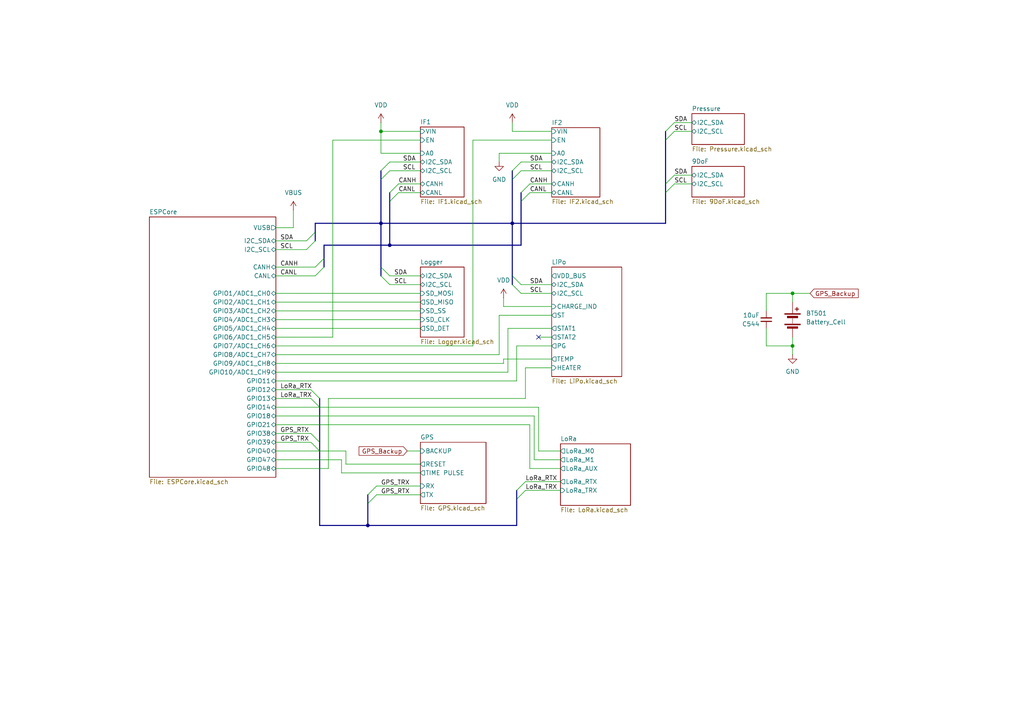
<source format=kicad_sch>
(kicad_sch (version 20231120) (generator "eeschema") (generator_version "8.0")
  (paper "A4")
  (lib_symbols
    (symbol "Device:Battery" (pin_numbers hide) (pin_names (offset 0) hide)
      (property "Reference" "BT" (at 2.54 2.54 0))
      (property "Value" "Battery" (at 2.54 0 0))
      (symbol "Battery_0_1"
        (rectangle (start -2.286 -1.27) (end 2.286 -1.524) (fill (type outline)))
        (rectangle (start -2.286 1.778) (end 2.286 1.524) (fill (type outline)))
        (rectangle (start -1.524 -2.032) (end 1.524 -2.54) (fill (type outline)))
        (rectangle (start -1.524 1.016) (end 1.524 0.508) (fill (type outline)))
        (polyline (pts (xy 0 -1.016) (xy 0 -0.762)))
        (polyline (pts (xy 0 -0.508) (xy 0 -0.254)))
        (polyline (pts (xy 0 0) (xy 0 0.254)))
        (polyline (pts (xy 0 1.778) (xy 0 2.54)))
        (polyline (pts (xy 0.762 3.048) (xy 1.778 3.048)) (stroke (width 0.254)))
        (polyline (pts (xy 1.27 3.556) (xy 1.27 2.54)) (stroke (width 0.254)))
      )
      (symbol "Battery_1_1"
        (pin passive line (at 0 5.08 270) (length 2.54) (name "+") (number "1"))
        (pin passive line (at 0 -5.08 90) (length 2.54) (name "-") (number "2"))
      )
    )
    (symbol "Device:C_Small" (pin_numbers hide) (pin_names (offset 0.254) hide)
      (property "Reference" "C" (at 0.254 1.778 0))
      (property "Value" "C_Small" (at 0.254 -2.032 0))
      (symbol "C_Small_0_1"
        (polyline (pts (xy -1.524 -0.508) (xy 1.524 -0.508)) (stroke (width 0.3302)))
        (polyline (pts (xy -1.524 0.508) (xy 1.524 0.508)) (stroke (width 0.3048)))
      )
      (symbol "C_Small_1_1"
        (pin passive line (at 0 2.54 270) (length 2.032) (name "~") (number "1"))
        (pin passive line (at 0 -2.54 90) (length 2.032) (name "~") (number "2"))
      )
    )
    (symbol "power:GND" (power) (pin_numbers hide) (pin_names (offset 0) hide)
      (property "Value" "GND" (at 0 -3.81 0))
      (symbol "GND_0_1"
        (polyline (pts (xy 0 0) (xy 0 -1.27) (xy 1.27 -1.27) (xy 0 -2.54) (xy -1.27 -1.27) (xy 0 -1.27)))
      )
      (symbol "GND_1_1"
        (pin power_in line (at 0 0 270) (length 0) (name "~") (number "1"))
      )
    )
    (symbol "power:VBUS" (power) (pin_numbers hide) (pin_names (offset 0) hide)
      (property "Value" "VBUS" (at 0 3.556 0))
      (symbol "VBUS_0_1"
        (polyline (pts (xy -0.762 1.27) (xy 0 2.54)))
        (polyline (pts (xy 0 0) (xy 0 2.54)))
        (polyline (pts (xy 0 2.54) (xy 0.762 1.27)))
      )
      (symbol "VBUS_1_1"
        (pin power_in line (at 0 0 90) (length 0) (name "~") (number "1"))
      )
    )
    (symbol "power:VDD" (power) (pin_numbers hide) (pin_names (offset 0) hide)
      (property "Value" "VDD" (at 0 3.556 0))
      (symbol "VDD_0_1"
        (polyline (pts (xy -0.762 1.27) (xy 0 2.54)))
        (polyline (pts (xy 0 0) (xy 0 2.54)))
        (polyline (pts (xy 0 2.54) (xy 0.762 1.27)))
      )
      (symbol "VDD_1_1"
        (pin power_in line (at 0 0 90) (length 0) (name "~") (number "1"))
      )
    )
  )
  (junction (at 148.59 64.77))
  (junction (at 229.87 85.09))
  (junction (at 110.49 38.1))
  (junction (at 110.49 64.77))
  (junction (at 106.68 152.4))
  (junction (at 113.03 71.12))
  (junction (at 229.87 100.33))
  (no_connect (at 156.21 97.79))
  (bus_entry (at 149.86 144.78) (size 2.54 -2.54))
  (bus_entry (at 110.49 80.01) (size 2.54 2.54))
  (bus_entry (at 90.17 115.57) (size 2.54 2.54))
  (bus_entry (at 90.17 125.73) (size 2.54 2.54))
  (bus_entry (at 148.59 80.01) (size 2.54 2.54))
  (bus_entry (at 113.03 49.53) (size -2.54 2.54))
  (bus_entry (at 91.44 77.47) (size 2.54 -2.54))
  (bus_entry (at 88.9 72.39) (size 2.54 -2.54))
  (bus_entry (at 113.03 46.99) (size -2.54 2.54))
  (bus_entry (at 151.13 49.53) (size -2.54 2.54))
  (bus_entry (at 148.59 82.55) (size 2.54 2.54))
  (bus_entry (at 151.13 46.99) (size -2.54 2.54))
  (bus_entry (at 193.04 40.64) (size 2.54 -2.54))
  (bus_entry (at 90.17 113.03) (size 2.54 2.54))
  (bus_entry (at 115.57 55.88) (size -2.54 2.54))
  (bus_entry (at 88.9 69.85) (size 2.54 -2.54))
  (bus_entry (at 106.68 146.05) (size 2.54 -2.54))
  (bus_entry (at 153.67 53.34) (size -2.54 2.54))
  (bus_entry (at 90.17 128.27) (size 2.54 2.54))
  (bus_entry (at 149.86 142.24) (size 2.54 -2.54))
  (bus_entry (at 153.67 55.88) (size -2.54 2.54))
  (bus_entry (at 193.04 38.1) (size 2.54 -2.54))
  (bus_entry (at 193.04 55.88) (size 2.54 -2.54))
  (bus_entry (at 106.68 143.51) (size 2.54 -2.54))
  (bus_entry (at 91.44 80.01) (size 2.54 -2.54))
  (bus_entry (at 193.04 53.34) (size 2.54 -2.54))
  (bus_entry (at 115.57 53.34) (size -2.54 2.54))
  (bus_entry (at 110.49 77.47) (size 2.54 2.54))
  (wire (pts (xy 80.01 120.65) (xy 154.94 120.65)))
  (wire (pts (xy 80.01 95.25) (xy 121.92 95.25)))
  (wire (pts (xy 149.86 100.33) (xy 160.02 100.33)))
  (wire (pts (xy 80.01 77.47) (xy 91.44 77.47)))
  (wire (pts (xy 80.01 102.87) (xy 144.78 102.87)))
  (bus (pts (xy 149.86 144.78) (xy 149.86 152.4)))
  (wire (pts (xy 137.16 100.33) (xy 80.01 100.33)))
  (bus (pts (xy 92.71 115.57) (xy 92.71 118.11)))
  (bus (pts (xy 93.98 71.12) (xy 113.03 71.12)))
  (wire (pts (xy 195.58 50.8) (xy 200.66 50.8)))
  (wire (pts (xy 148.59 38.1) (xy 148.59 35.56)))
  (wire (pts (xy 80.01 110.49) (xy 149.86 110.49)))
  (bus (pts (xy 92.71 118.11) (xy 92.71 128.27)))
  (wire (pts (xy 154.94 133.35) (xy 162.56 133.35)))
  (wire (pts (xy 80.01 87.63) (xy 121.92 87.63)))
  (wire (pts (xy 95.25 135.89) (xy 80.01 135.89)))
  (bus (pts (xy 92.71 130.81) (xy 92.71 152.4)))
  (wire (pts (xy 110.49 44.45) (xy 110.49 38.1)))
  (bus (pts (xy 149.86 142.24) (xy 149.86 144.78)))
  (wire (pts (xy 80.01 130.81) (xy 92.71 130.81)))
  (bus (pts (xy 151.13 58.42) (xy 151.13 71.12)))
  (wire (pts (xy 113.03 82.55) (xy 121.92 82.55)))
  (bus (pts (xy 113.03 58.42) (xy 113.03 71.12)))
  (wire (pts (xy 152.4 142.24) (xy 162.56 142.24)))
  (wire (pts (xy 113.03 46.99) (xy 121.92 46.99)))
  (wire (pts (xy 80.01 80.01) (xy 91.44 80.01)))
  (bus (pts (xy 113.03 55.88) (xy 113.03 58.42)))
  (wire (pts (xy 80.01 90.17) (xy 121.92 90.17)))
  (wire (pts (xy 100.33 130.81) (xy 100.33 134.62)))
  (bus (pts (xy 91.44 64.77) (xy 110.49 64.77)))
  (wire (pts (xy 229.87 100.33) (xy 229.87 102.87)))
  (bus (pts (xy 91.44 64.77) (xy 91.44 67.31)))
  (bus (pts (xy 193.04 40.64) (xy 193.04 53.34)))
  (wire (pts (xy 121.92 40.64) (xy 96.52 40.64)))
  (wire (pts (xy 160.02 104.14) (xy 146.05 104.14)))
  (wire (pts (xy 160.02 40.64) (xy 137.16 40.64)))
  (wire (pts (xy 99.06 137.16) (xy 99.06 133.35)))
  (bus (pts (xy 106.68 146.05) (xy 106.68 152.4)))
  (wire (pts (xy 152.4 115.57) (xy 95.25 115.57)))
  (wire (pts (xy 146.05 104.14) (xy 146.05 105.41)))
  (wire (pts (xy 92.71 130.81) (xy 100.33 130.81)))
  (wire (pts (xy 147.32 107.95) (xy 80.01 107.95)))
  (bus (pts (xy 193.04 55.88) (xy 193.04 64.77)))
  (bus (pts (xy 110.49 64.77) (xy 110.49 77.47)))
  (bus (pts (xy 92.71 152.4) (xy 106.68 152.4)))
  (wire (pts (xy 160.02 88.9) (xy 146.05 88.9)))
  (wire (pts (xy 222.25 85.09) (xy 222.25 90.17)))
  (wire (pts (xy 144.78 91.44) (xy 160.02 91.44)))
  (wire (pts (xy 222.25 85.09) (xy 229.87 85.09)))
  (wire (pts (xy 99.06 133.35) (xy 80.01 133.35)))
  (wire (pts (xy 152.4 106.68) (xy 152.4 115.57)))
  (wire (pts (xy 95.25 115.57) (xy 95.25 135.89)))
  (wire (pts (xy 156.21 118.11) (xy 92.71 118.11)))
  (wire (pts (xy 113.03 80.01) (xy 121.92 80.01)))
  (bus (pts (xy 193.04 38.1) (xy 193.04 40.64)))
  (wire (pts (xy 80.01 128.27) (xy 90.17 128.27)))
  (bus (pts (xy 151.13 55.88) (xy 151.13 58.42)))
  (wire (pts (xy 121.92 38.1) (xy 110.49 38.1)))
  (wire (pts (xy 195.58 38.1) (xy 200.66 38.1)))
  (wire (pts (xy 153.67 55.88) (xy 160.02 55.88)))
  (wire (pts (xy 80.01 105.41) (xy 146.05 105.41)))
  (wire (pts (xy 152.4 139.7) (xy 162.56 139.7)))
  (bus (pts (xy 93.98 74.93) (xy 93.98 71.12)))
  (wire (pts (xy 146.05 88.9) (xy 146.05 86.36)))
  (wire (pts (xy 153.67 123.19) (xy 80.01 123.19)))
  (wire (pts (xy 80.01 113.03) (xy 90.17 113.03)))
  (wire (pts (xy 162.56 130.81) (xy 156.21 130.81)))
  (wire (pts (xy 144.78 102.87) (xy 144.78 91.44)))
  (bus (pts (xy 110.49 52.07) (xy 110.49 64.77)))
  (bus (pts (xy 148.59 49.53) (xy 148.59 52.07)))
  (wire (pts (xy 118.11 130.81) (xy 121.92 130.81)))
  (bus (pts (xy 110.49 64.77) (xy 148.59 64.77)))
  (wire (pts (xy 80.01 72.39) (xy 88.9 72.39)))
  (bus (pts (xy 93.98 74.93) (xy 93.98 77.47)))
  (bus (pts (xy 110.49 49.53) (xy 110.49 52.07)))
  (wire (pts (xy 151.13 49.53) (xy 160.02 49.53)))
  (wire (pts (xy 149.86 110.49) (xy 149.86 100.33)))
  (wire (pts (xy 80.01 115.57) (xy 90.17 115.57)))
  (wire (pts (xy 144.78 44.45) (xy 144.78 46.99)))
  (wire (pts (xy 222.25 100.33) (xy 229.87 100.33)))
  (bus (pts (xy 113.03 71.12) (xy 151.13 71.12)))
  (bus (pts (xy 148.59 64.77) (xy 193.04 64.77)))
  (wire (pts (xy 85.09 66.04) (xy 85.09 60.96)))
  (wire (pts (xy 147.32 95.25) (xy 147.32 107.95)))
  (wire (pts (xy 110.49 38.1) (xy 110.49 35.56)))
  (wire (pts (xy 109.22 140.97) (xy 121.92 140.97)))
  (bus (pts (xy 193.04 53.34) (xy 193.04 55.88)))
  (wire (pts (xy 137.16 40.64) (xy 137.16 100.33)))
  (bus (pts (xy 148.59 64.77) (xy 148.59 80.01)))
  (wire (pts (xy 121.92 44.45) (xy 110.49 44.45)))
  (wire (pts (xy 109.22 143.51) (xy 121.92 143.51)))
  (wire (pts (xy 100.33 134.62) (xy 121.92 134.62)))
  (bus (pts (xy 106.68 143.51) (xy 106.68 146.05)))
  (wire (pts (xy 96.52 97.79) (xy 80.01 97.79)))
  (wire (pts (xy 151.13 82.55) (xy 160.02 82.55)))
  (wire (pts (xy 156.21 130.81) (xy 156.21 118.11)))
  (wire (pts (xy 229.87 85.09) (xy 234.95 85.09)))
  (wire (pts (xy 151.13 46.99) (xy 160.02 46.99)))
  (bus (pts (xy 148.59 80.01) (xy 148.59 82.55)))
  (bus (pts (xy 91.44 67.31) (xy 91.44 69.85)))
  (wire (pts (xy 80.01 85.09) (xy 121.92 85.09)))
  (wire (pts (xy 195.58 53.34) (xy 200.66 53.34)))
  (wire (pts (xy 115.57 53.34) (xy 121.92 53.34)))
  (bus (pts (xy 148.59 52.07) (xy 148.59 64.77)))
  (wire (pts (xy 80.01 125.73) (xy 90.17 125.73)))
  (wire (pts (xy 153.67 135.89) (xy 153.67 123.19)))
  (wire (pts (xy 80.01 66.04) (xy 85.09 66.04)))
  (wire (pts (xy 229.87 97.79) (xy 229.87 100.33)))
  (wire (pts (xy 92.71 118.11) (xy 80.01 118.11)))
  (wire (pts (xy 96.52 40.64) (xy 96.52 97.79)))
  (wire (pts (xy 222.25 95.25) (xy 222.25 100.33)))
  (bus (pts (xy 92.71 128.27) (xy 92.71 130.81)))
  (wire (pts (xy 156.21 97.79) (xy 160.02 97.79)))
  (wire (pts (xy 160.02 44.45) (xy 144.78 44.45)))
  (wire (pts (xy 160.02 95.25) (xy 147.32 95.25)))
  (wire (pts (xy 195.58 35.56) (xy 200.66 35.56)))
  (wire (pts (xy 121.92 137.16) (xy 99.06 137.16)))
  (bus (pts (xy 106.68 152.4) (xy 149.86 152.4)))
  (wire (pts (xy 115.57 55.88) (xy 121.92 55.88)))
  (wire (pts (xy 113.03 49.53) (xy 121.92 49.53)))
  (wire (pts (xy 160.02 106.68) (xy 152.4 106.68)))
  (wire (pts (xy 80.01 69.85) (xy 88.9 69.85)))
  (wire (pts (xy 160.02 38.1) (xy 148.59 38.1)))
  (wire (pts (xy 151.13 85.09) (xy 160.02 85.09)))
  (wire (pts (xy 162.56 135.89) (xy 153.67 135.89)))
  (wire (pts (xy 153.67 53.34) (xy 160.02 53.34)))
  (bus (pts (xy 110.49 77.47) (xy 110.49 80.01)))
  (wire (pts (xy 229.87 85.09) (xy 229.87 87.63)))
  (wire (pts (xy 154.94 120.65) (xy 154.94 133.35)))
  (wire (pts (xy 80.01 92.71) (xy 121.92 92.71)))
  (label "GPS_RTX" (at 110.49 143.51 0))
  (label "GPS_TRX" (at 81.28 128.27 0))
  (label "GPS_TRX" (at 110.49 140.97 0))
  (label "SCL" (at 195.58 38.1 0))
  (label "SCL" (at 153.67 49.53 0))
  (label "SDA" (at 195.58 50.8 0))
  (label "CANL" (at 153.67 55.88 0))
  (label "CANL" (at 115.57 55.88 0))
  (label "SDA" (at 81.28 69.85 0))
  (label "SCL" (at 81.28 72.39 0))
  (label "GPS_RTX" (at 81.28 125.73 0))
  (label "CANH" (at 153.67 53.34 0))
  (label "CANH" (at 81.28 77.47 0))
  (label "CANL" (at 81.28 80.01 0))
  (label "LoRa_TRX" (at 81.28 115.57 0))
  (label "SDA" (at 195.58 35.56 0))
  (label "SCL" (at 195.58 53.34 0))
  (label "SDA" (at 114.3 80.01 0))
  (label "SDA" (at 153.67 82.55 0))
  (label "SCL" (at 153.67 85.09 0))
  (label "SDA" (at 153.67 46.99 0))
  (label "SCL" (at 114.3 82.55 0))
  (label "LoRa_TRX" (at 152.4 142.24 0))
  (label "CANH" (at 115.57 53.34 0))
  (label "LoRa_RTX" (at 152.4 139.7 0))
  (label "LoRa_RTX" (at 81.28 113.03 0))
  (label "SDA" (at 116.84 46.99 0))
  (label "SCL" (at 116.84 49.53 0))
  (global_label "GPS_Backup" (shape input) (at 118.11 130.81 180) (property "Intersheetrefs" "${INTERSHEET_REFS}" (effects (hide yes))))
  (global_label "GPS_Backup" (shape input) (at 234.95 85.09 0) (property "Intersheetrefs" "${INTERSHEET_REFS}" (effects (hide yes))))
  (symbol (lib_id "power:VDD") (at 148.59 35.56 0) (unit 1)
    (property "Reference" "#PWR0599" (effects (hide yes)))
    (property "Value" "VDD" (at 148.59 30.48 0))
    (property "Description" "Power symbol creates a global label with name \"VDD\"" (effects (hide yes)))
  )
  (symbol (lib_id "Device:C_Small") (at 222.25 92.71 180) (unit 1)
    (property "Reference" "C544" (at 220.345 93.98 0) (effects (justify left)))
    (property "Value" "10uF" (at 220.345 91.44 0) (effects (justify left)))
    (property "Footprint" "Capacitor_SMD:C_0603_1608Metric" (effects (hide yes)))
    (property "LCSC" "C96446" (effects (hide yes)))
  )
  (symbol (lib_id "power:VBUS") (at 85.09 60.96 0) (unit 1)
    (property "Reference" "#PWR0597" (effects (hide yes)))
    (property "Value" "VBUS" (at 85.09 55.88 0))
    (property "Description" "Power symbol creates a global label with name \"VBUS\"" (effects (hide yes)))
  )
  (symbol (lib_id "power:GND") (at 144.78 46.99 0) (unit 1)
    (property "Reference" "#PWR0600" (effects (hide yes)))
    (property "Value" "GND" (at 144.78 52.07 0))
    (property "Description" "Power symbol creates a global label with name \"GND\" , ground" (effects (hide yes)))
  )
  (symbol (lib_id "power:VDD") (at 146.05 86.36 0) (unit 1)
    (property "Reference" "#PWR0524" (effects (hide yes)))
    (property "Value" "VDD" (at 146.05 81.28 0))
    (property "Description" "Power symbol creates a global label with name \"VDD\"" (effects (hide yes)))
  )
  (symbol (lib_id "Device:Battery") (at 229.87 92.71 0) (unit 1)
    (property "Reference" "BT501" (at 233.7683 90.8684 0) (effects (justify left)))
    (property "Value" "Battery_Cell" (at 233.7683 93.4084 0) (effects (justify left)))
    (property "Footprint" "WOBCLibrary:cr1220" (effects (hide yes)))
    (property "Description" "Multiple-cell battery" (effects (hide yes)))
  )
  (symbol (lib_id "power:VDD") (at 110.49 35.56 0) (unit 1)
    (property "Reference" "#PWR0598" (effects (hide yes)))
    (property "Value" "VDD" (at 110.49 30.48 0))
    (property "Description" "Power symbol creates a global label with name \"VDD\"" (effects (hide yes)))
  )
  (symbol (lib_id "power:GND") (at 229.87 102.87 0) (unit 1)
    (property "Reference" "#PWR0596" (effects (hide yes)))
    (property "Value" "GND" (at 229.87 107.7708 0))
    (property "Description" "Power symbol creates a global label with name \"GND\" , ground" (effects (hide yes)))
  )
  (sheet (at 200.66 32.962) (size 15.24 8.948) (stroke (width 0.1524))
    (property "Sheetname" "Pressure" (at 200.66 32.2504 0) (effects (justify left bottom)))
    (property "Sheetfile" "Pressure.kicad_sch" (at 200.66 42.4946 0) (effects (justify left top)))
    (pin "I2C_SCL" bidirectional (at 200.66 38.1 180))
    (pin "I2C_SDA" bidirectional (at 200.66 35.56 180))
  )
  (sheet (at 121.92 36.83) (size 12.7 20.32) (stroke (width 0.1524))
    (property "Sheetname" "IF1" (at 121.92 36.1184 0) (effects (justify left bottom)))
    (property "Sheetfile" "IF1.kicad_sch" (at 121.92 57.7346 0) (effects (justify left top)))
    (pin "A0" input (at 121.92 44.45 180))
    (pin "I2C_SDA" bidirectional (at 121.92 46.99 180))
    (pin "I2C_SCL" bidirectional (at 121.92 49.53 180))
    (pin "EN" input (at 121.92 40.64 180))
    (pin "VIN" input (at 121.92 38.1 180))
    (pin "CANH" bidirectional (at 121.92 53.34 180))
    (pin "CANL" bidirectional (at 121.92 55.88 180))
  )
  (sheet (at 43.3243 62.914) (size 36.6857 75.516) (stroke (width 0.1524))
    (property "Sheetname" "ESPCore" (at 43.3243 62.2024 0) (effects (justify left bottom)))
    (property "Sheetfile" "ESPCore.kicad_sch" (at 43.3243 139.0146 0) (effects (justify left top)))
    (pin "GPIO40" bidirectional (at 80.01 130.81 0))
    (pin "GPIO39" bidirectional (at 80.01 128.27 0))
    (pin "GPIO48" bidirectional (at 80.01 135.89 0))
    (pin "GPIO47" bidirectional (at 80.01 133.35 0))
    (pin "GPIO38" bidirectional (at 80.01 125.73 0))
    (pin "GPIO21" bidirectional (at 80.01 123.19 0))
    (pin "GPIO18" bidirectional (at 80.01 120.65 0))
    (pin "GPIO6{slash}ADC1_CH5" bidirectional (at 80.01 97.79 0))
    (pin "GPIO2{slash}ADC1_CH1" bidirectional (at 80.01 87.63 0))
    (pin "GPIO4{slash}ADC1_CH3" bidirectional (at 80.01 92.71 0))
    (pin "GPIO1{slash}ADC1_CH0" bidirectional (at 80.01 85.09 0))
    (pin "GPIO3{slash}ADC1_CH2" bidirectional (at 80.01 90.17 0))
    (pin "GPIO5{slash}ADC1_CH4" bidirectional (at 80.01 95.25 0))
    (pin "GPIO8{slash}ADC1_CH7" bidirectional (at 80.01 102.87 0))
    (pin "GPIO7{slash}ADC1_CH6" bidirectional (at 80.01 100.33 0))
    (pin "GPIO14" bidirectional (at 80.01 118.11 0))
    (pin "GPIO13" bidirectional (at 80.01 115.57 0))
    (pin "GPIO12" bidirectional (at 80.01 113.03 0))
    (pin "GPIO10{slash}ADC1_CH9" bidirectional (at 80.01 107.95 0))
    (pin "GPIO9{slash}ADC1_CH8" bidirectional (at 80.01 105.41 0))
    (pin "GPIO11" bidirectional (at 80.01 110.49 0))
    (pin "I2C_SDA" bidirectional (at 80.01 69.85 0))
    (pin "VUSB" output (at 80.01 66.04 0))
    (pin "CANH" bidirectional (at 80.01 77.47 0))
    (pin "CANL" bidirectional (at 80.01 80.01 0))
    (pin "I2C_SCL" bidirectional (at 80.01 72.39 0))
  )
  (sheet (at 200.66 48.26) (size 15.24 8.89) (stroke (width 0.1524))
    (property "Sheetname" "9DoF" (at 200.66 47.5484 0) (effects (justify left bottom)))
    (property "Sheetfile" "9DoF.kicad_sch" (at 200.66 57.7346 0) (effects (justify left top)))
    (pin "I2C_SCL" bidirectional (at 200.66 53.34 180))
    (pin "I2C_SDA" bidirectional (at 200.66 50.8 180))
  )
  (sheet (at 121.92 128.27) (size 19.05 17.78) (stroke (width 0.1524))
    (property "Sheetname" "GPS" (at 121.92 127.5584 0) (effects (justify left bottom)))
    (property "Sheetfile" "GPS.kicad_sch" (at 121.92 146.6346 0) (effects (justify left top)))
    (pin "RESET" output (at 121.92 134.62 180))
    (pin "RX" input (at 121.92 140.97 180))
    (pin "TX" output (at 121.92 143.51 180))
    (pin "TIME PULSE" output (at 121.92 137.16 180))
    (pin "BACKUP" input (at 121.92 130.81 180))
  )
  (sheet (at 162.56 128.7229) (size 20.32 17.8571) (stroke (width 0.1524))
    (property "Sheetname" "LoRa" (at 162.56 128.0113 0) (effects (justify left bottom)))
    (property "Sheetfile" "LoRa.kicad_sch" (at 162.56 147.1646 0) (effects (justify left top)))
    (pin "LoRa_M0" output (at 162.56 130.81 180))
    (pin "LoRa_M1" output (at 162.56 133.35 180))
    (pin "LoRa_RTX" output (at 162.56 139.7 180))
    (pin "LoRa_TRX" input (at 162.56 142.24 180))
    (pin "LoRa_AUX" output (at 162.56 135.89 180))
  )
  (sheet (at 121.92 77.4589) (size 12.7 20.3311) (stroke (width 0.1524))
    (property "Sheetname" "Logger" (at 121.92 76.7473 0) (effects (justify left bottom)))
    (property "Sheetfile" "Logger.kicad_sch" (at 121.92 98.3746 0) (effects (justify left top)))
    (pin "SD_DET" output (at 121.92 95.25 180))
    (pin "I2C_SCL" bidirectional (at 121.92 82.55 180))
    (pin "I2C_SDA" bidirectional (at 121.92 80.01 180))
    (pin "SD_MOSI" input (at 121.92 85.09 180))
    (pin "SD_SS" input (at 121.92 90.17 180))
    (pin "SD_CLK" input (at 121.92 92.71 180))
    (pin "SD_MISO" output (at 121.92 87.63 180))
  )
  (sheet (at 160.02 77.47) (size 20.32 31.75) (stroke (width 0.1524))
    (property "Sheetname" "LiPo" (at 160.02 76.7584 0) (effects (justify left bottom)))
    (property "Sheetfile" "LiPo.kicad_sch" (at 160.02 109.8046 0) (effects (justify left top)))
    (pin "I2C_SDA" bidirectional (at 160.02 82.55 180))
    (pin "I2C_SCL" bidirectional (at 160.02 85.09 180))
    (pin "TEMP" output (at 160.02 104.14 180))
    (pin "CHARGE_IND" input (at 160.02 88.9 180))
    (pin "HEATER" input (at 160.02 106.68 180))
    (pin "STAT1" output (at 160.02 95.25 180))
    (pin "STAT2" output (at 160.02 97.79 180))
    (pin "PG" output (at 160.02 100.33 180))
    (pin "ST" output (at 160.02 91.44 180))
    (pin "VDD_BUS" output (at 160.02 80.01 180))
  )
  (sheet (at 160.02 37.0319) (size 13.97 20.1181) (stroke (width 0.1524))
    (property "Sheetname" "IF2" (at 160.02 36.3203 0) (effects (justify left bottom)))
    (property "Sheetfile" "IF2.kicad_sch" (at 160.02 57.7346 0) (effects (justify left top)))
    (pin "CANL" bidirectional (at 160.02 55.88 180))
    (pin "CANH" bidirectional (at 160.02 53.34 180))
    (pin "A0" input (at 160.02 44.45 180))
    (pin "I2C_SDA" bidirectional (at 160.02 46.99 180))
    (pin "I2C_SCL" bidirectional (at 160.02 49.53 180))
    (pin "VIN" input (at 160.02 38.1 180))
    (pin "EN" input (at 160.02 40.64 180))
  )
)
</source>
